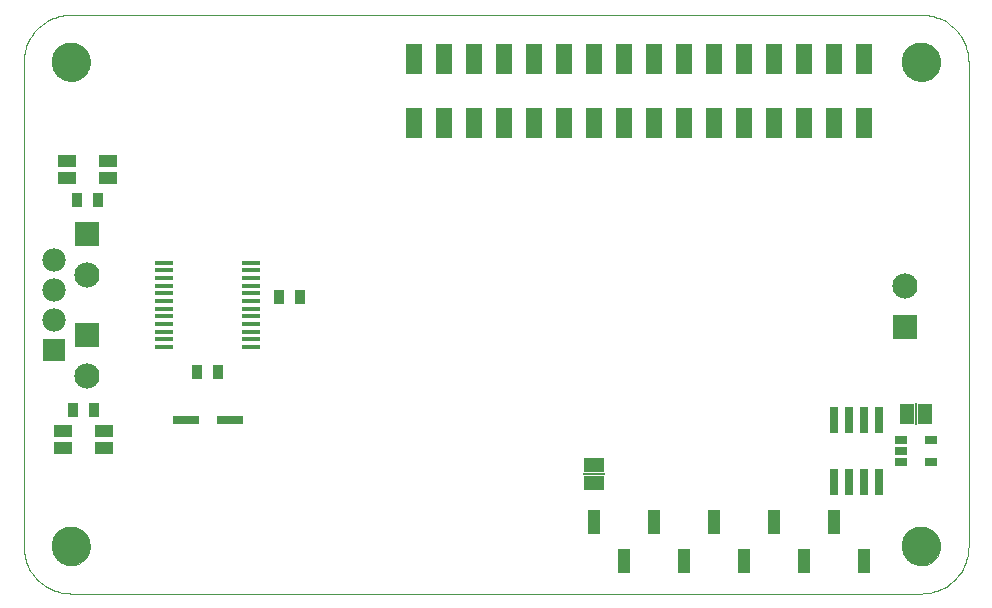
<source format=gts>
G75*
G70*
%OFA0B0*%
%FSLAX24Y24*%
%IPPOS*%
%LPD*%
%AMOC8*
5,1,8,0,0,1.08239X$1,22.5*
%
%ADD10R,0.0540X0.1040*%
%ADD11R,0.0434X0.0827*%
%ADD12C,0.0000*%
%ADD13C,0.1300*%
%ADD14R,0.0430X0.0312*%
%ADD15R,0.0280X0.0910*%
%ADD16R,0.0500X0.0670*%
%ADD17R,0.0060X0.0720*%
%ADD18R,0.0590X0.0177*%
%ADD19R,0.0840X0.0840*%
%ADD20C,0.0840*%
%ADD21R,0.0780X0.0780*%
%ADD22C,0.0780*%
%ADD23R,0.0670X0.0500*%
%ADD24R,0.0720X0.0060*%
%ADD25R,0.0355X0.0512*%
%ADD26R,0.0906X0.0296*%
%ADD27R,0.0631X0.0434*%
D10*
X018418Y016175D03*
X019418Y016175D03*
X020418Y016175D03*
X021418Y016175D03*
X022418Y016175D03*
X023418Y016175D03*
X024418Y016175D03*
X025418Y016175D03*
X026418Y016175D03*
X027418Y016175D03*
X028418Y016175D03*
X029418Y016175D03*
X030418Y016175D03*
X031418Y016175D03*
X032418Y016175D03*
X033418Y016175D03*
X033418Y018325D03*
X032418Y018325D03*
X031418Y018325D03*
X030418Y018325D03*
X029418Y018325D03*
X028418Y018325D03*
X027418Y018325D03*
X026418Y018325D03*
X025418Y018325D03*
X024418Y018325D03*
X023418Y018325D03*
X022418Y018325D03*
X021418Y018325D03*
X020418Y018325D03*
X019418Y018325D03*
X018418Y018325D03*
D11*
X024418Y002900D03*
X026418Y002900D03*
X028418Y002900D03*
X030418Y002900D03*
X032418Y002900D03*
X031418Y001600D03*
X029418Y001600D03*
X027418Y001600D03*
X025418Y001600D03*
X033418Y001600D03*
D12*
X005418Y002075D02*
X005418Y018217D01*
X006363Y018217D02*
X006365Y018267D01*
X006371Y018317D01*
X006381Y018366D01*
X006395Y018414D01*
X006412Y018461D01*
X006433Y018506D01*
X006458Y018550D01*
X006486Y018591D01*
X006518Y018630D01*
X006552Y018667D01*
X006589Y018701D01*
X006629Y018731D01*
X006671Y018758D01*
X006715Y018782D01*
X006761Y018803D01*
X006808Y018819D01*
X006856Y018832D01*
X006906Y018841D01*
X006955Y018846D01*
X007006Y018847D01*
X007056Y018844D01*
X007105Y018837D01*
X007154Y018826D01*
X007202Y018811D01*
X007248Y018793D01*
X007293Y018771D01*
X007336Y018745D01*
X007377Y018716D01*
X007416Y018684D01*
X007452Y018649D01*
X007484Y018611D01*
X007514Y018571D01*
X007541Y018528D01*
X007564Y018484D01*
X007583Y018438D01*
X007599Y018390D01*
X007611Y018341D01*
X007619Y018292D01*
X007623Y018242D01*
X007623Y018192D01*
X007619Y018142D01*
X007611Y018093D01*
X007599Y018044D01*
X007583Y017996D01*
X007564Y017950D01*
X007541Y017906D01*
X007514Y017863D01*
X007484Y017823D01*
X007452Y017785D01*
X007416Y017750D01*
X007377Y017718D01*
X007336Y017689D01*
X007293Y017663D01*
X007248Y017641D01*
X007202Y017623D01*
X007154Y017608D01*
X007105Y017597D01*
X007056Y017590D01*
X007006Y017587D01*
X006955Y017588D01*
X006906Y017593D01*
X006856Y017602D01*
X006808Y017615D01*
X006761Y017631D01*
X006715Y017652D01*
X006671Y017676D01*
X006629Y017703D01*
X006589Y017733D01*
X006552Y017767D01*
X006518Y017804D01*
X006486Y017843D01*
X006458Y017884D01*
X006433Y017928D01*
X006412Y017973D01*
X006395Y018020D01*
X006381Y018068D01*
X006371Y018117D01*
X006365Y018167D01*
X006363Y018217D01*
X005418Y018217D02*
X005420Y018294D01*
X005426Y018371D01*
X005435Y018448D01*
X005448Y018524D01*
X005465Y018600D01*
X005486Y018674D01*
X005510Y018748D01*
X005538Y018820D01*
X005569Y018890D01*
X005604Y018959D01*
X005642Y019027D01*
X005683Y019092D01*
X005728Y019155D01*
X005776Y019216D01*
X005826Y019275D01*
X005879Y019331D01*
X005935Y019384D01*
X005994Y019434D01*
X006055Y019482D01*
X006118Y019527D01*
X006183Y019568D01*
X006251Y019606D01*
X006320Y019641D01*
X006390Y019672D01*
X006462Y019700D01*
X006536Y019724D01*
X006610Y019745D01*
X006686Y019762D01*
X006762Y019775D01*
X006839Y019784D01*
X006916Y019790D01*
X006993Y019792D01*
X006993Y019791D02*
X035339Y019791D01*
X034709Y018217D02*
X034711Y018267D01*
X034717Y018317D01*
X034727Y018366D01*
X034741Y018414D01*
X034758Y018461D01*
X034779Y018506D01*
X034804Y018550D01*
X034832Y018591D01*
X034864Y018630D01*
X034898Y018667D01*
X034935Y018701D01*
X034975Y018731D01*
X035017Y018758D01*
X035061Y018782D01*
X035107Y018803D01*
X035154Y018819D01*
X035202Y018832D01*
X035252Y018841D01*
X035301Y018846D01*
X035352Y018847D01*
X035402Y018844D01*
X035451Y018837D01*
X035500Y018826D01*
X035548Y018811D01*
X035594Y018793D01*
X035639Y018771D01*
X035682Y018745D01*
X035723Y018716D01*
X035762Y018684D01*
X035798Y018649D01*
X035830Y018611D01*
X035860Y018571D01*
X035887Y018528D01*
X035910Y018484D01*
X035929Y018438D01*
X035945Y018390D01*
X035957Y018341D01*
X035965Y018292D01*
X035969Y018242D01*
X035969Y018192D01*
X035965Y018142D01*
X035957Y018093D01*
X035945Y018044D01*
X035929Y017996D01*
X035910Y017950D01*
X035887Y017906D01*
X035860Y017863D01*
X035830Y017823D01*
X035798Y017785D01*
X035762Y017750D01*
X035723Y017718D01*
X035682Y017689D01*
X035639Y017663D01*
X035594Y017641D01*
X035548Y017623D01*
X035500Y017608D01*
X035451Y017597D01*
X035402Y017590D01*
X035352Y017587D01*
X035301Y017588D01*
X035252Y017593D01*
X035202Y017602D01*
X035154Y017615D01*
X035107Y017631D01*
X035061Y017652D01*
X035017Y017676D01*
X034975Y017703D01*
X034935Y017733D01*
X034898Y017767D01*
X034864Y017804D01*
X034832Y017843D01*
X034804Y017884D01*
X034779Y017928D01*
X034758Y017973D01*
X034741Y018020D01*
X034727Y018068D01*
X034717Y018117D01*
X034711Y018167D01*
X034709Y018217D01*
X035339Y019792D02*
X035416Y019790D01*
X035493Y019784D01*
X035570Y019775D01*
X035646Y019762D01*
X035722Y019745D01*
X035796Y019724D01*
X035870Y019700D01*
X035942Y019672D01*
X036012Y019641D01*
X036081Y019606D01*
X036149Y019568D01*
X036214Y019527D01*
X036277Y019482D01*
X036338Y019434D01*
X036397Y019384D01*
X036453Y019331D01*
X036506Y019275D01*
X036556Y019216D01*
X036604Y019155D01*
X036649Y019092D01*
X036690Y019027D01*
X036728Y018959D01*
X036763Y018890D01*
X036794Y018820D01*
X036822Y018748D01*
X036846Y018674D01*
X036867Y018600D01*
X036884Y018524D01*
X036897Y018448D01*
X036906Y018371D01*
X036912Y018294D01*
X036914Y018217D01*
X036914Y002075D01*
X034709Y002075D02*
X034711Y002125D01*
X034717Y002175D01*
X034727Y002224D01*
X034741Y002272D01*
X034758Y002319D01*
X034779Y002364D01*
X034804Y002408D01*
X034832Y002449D01*
X034864Y002488D01*
X034898Y002525D01*
X034935Y002559D01*
X034975Y002589D01*
X035017Y002616D01*
X035061Y002640D01*
X035107Y002661D01*
X035154Y002677D01*
X035202Y002690D01*
X035252Y002699D01*
X035301Y002704D01*
X035352Y002705D01*
X035402Y002702D01*
X035451Y002695D01*
X035500Y002684D01*
X035548Y002669D01*
X035594Y002651D01*
X035639Y002629D01*
X035682Y002603D01*
X035723Y002574D01*
X035762Y002542D01*
X035798Y002507D01*
X035830Y002469D01*
X035860Y002429D01*
X035887Y002386D01*
X035910Y002342D01*
X035929Y002296D01*
X035945Y002248D01*
X035957Y002199D01*
X035965Y002150D01*
X035969Y002100D01*
X035969Y002050D01*
X035965Y002000D01*
X035957Y001951D01*
X035945Y001902D01*
X035929Y001854D01*
X035910Y001808D01*
X035887Y001764D01*
X035860Y001721D01*
X035830Y001681D01*
X035798Y001643D01*
X035762Y001608D01*
X035723Y001576D01*
X035682Y001547D01*
X035639Y001521D01*
X035594Y001499D01*
X035548Y001481D01*
X035500Y001466D01*
X035451Y001455D01*
X035402Y001448D01*
X035352Y001445D01*
X035301Y001446D01*
X035252Y001451D01*
X035202Y001460D01*
X035154Y001473D01*
X035107Y001489D01*
X035061Y001510D01*
X035017Y001534D01*
X034975Y001561D01*
X034935Y001591D01*
X034898Y001625D01*
X034864Y001662D01*
X034832Y001701D01*
X034804Y001742D01*
X034779Y001786D01*
X034758Y001831D01*
X034741Y001878D01*
X034727Y001926D01*
X034717Y001975D01*
X034711Y002025D01*
X034709Y002075D01*
X035339Y000500D02*
X035416Y000502D01*
X035493Y000508D01*
X035570Y000517D01*
X035646Y000530D01*
X035722Y000547D01*
X035796Y000568D01*
X035870Y000592D01*
X035942Y000620D01*
X036012Y000651D01*
X036081Y000686D01*
X036149Y000724D01*
X036214Y000765D01*
X036277Y000810D01*
X036338Y000858D01*
X036397Y000908D01*
X036453Y000961D01*
X036506Y001017D01*
X036556Y001076D01*
X036604Y001137D01*
X036649Y001200D01*
X036690Y001265D01*
X036728Y001333D01*
X036763Y001402D01*
X036794Y001472D01*
X036822Y001544D01*
X036846Y001618D01*
X036867Y001692D01*
X036884Y001768D01*
X036897Y001844D01*
X036906Y001921D01*
X036912Y001998D01*
X036914Y002075D01*
X035339Y000500D02*
X006993Y000500D01*
X006363Y002075D02*
X006365Y002125D01*
X006371Y002175D01*
X006381Y002224D01*
X006395Y002272D01*
X006412Y002319D01*
X006433Y002364D01*
X006458Y002408D01*
X006486Y002449D01*
X006518Y002488D01*
X006552Y002525D01*
X006589Y002559D01*
X006629Y002589D01*
X006671Y002616D01*
X006715Y002640D01*
X006761Y002661D01*
X006808Y002677D01*
X006856Y002690D01*
X006906Y002699D01*
X006955Y002704D01*
X007006Y002705D01*
X007056Y002702D01*
X007105Y002695D01*
X007154Y002684D01*
X007202Y002669D01*
X007248Y002651D01*
X007293Y002629D01*
X007336Y002603D01*
X007377Y002574D01*
X007416Y002542D01*
X007452Y002507D01*
X007484Y002469D01*
X007514Y002429D01*
X007541Y002386D01*
X007564Y002342D01*
X007583Y002296D01*
X007599Y002248D01*
X007611Y002199D01*
X007619Y002150D01*
X007623Y002100D01*
X007623Y002050D01*
X007619Y002000D01*
X007611Y001951D01*
X007599Y001902D01*
X007583Y001854D01*
X007564Y001808D01*
X007541Y001764D01*
X007514Y001721D01*
X007484Y001681D01*
X007452Y001643D01*
X007416Y001608D01*
X007377Y001576D01*
X007336Y001547D01*
X007293Y001521D01*
X007248Y001499D01*
X007202Y001481D01*
X007154Y001466D01*
X007105Y001455D01*
X007056Y001448D01*
X007006Y001445D01*
X006955Y001446D01*
X006906Y001451D01*
X006856Y001460D01*
X006808Y001473D01*
X006761Y001489D01*
X006715Y001510D01*
X006671Y001534D01*
X006629Y001561D01*
X006589Y001591D01*
X006552Y001625D01*
X006518Y001662D01*
X006486Y001701D01*
X006458Y001742D01*
X006433Y001786D01*
X006412Y001831D01*
X006395Y001878D01*
X006381Y001926D01*
X006371Y001975D01*
X006365Y002025D01*
X006363Y002075D01*
X005418Y002075D02*
X005420Y001998D01*
X005426Y001921D01*
X005435Y001844D01*
X005448Y001768D01*
X005465Y001692D01*
X005486Y001618D01*
X005510Y001544D01*
X005538Y001472D01*
X005569Y001402D01*
X005604Y001333D01*
X005642Y001265D01*
X005683Y001200D01*
X005728Y001137D01*
X005776Y001076D01*
X005826Y001017D01*
X005879Y000961D01*
X005935Y000908D01*
X005994Y000858D01*
X006055Y000810D01*
X006118Y000765D01*
X006183Y000724D01*
X006251Y000686D01*
X006320Y000651D01*
X006390Y000620D01*
X006462Y000592D01*
X006536Y000568D01*
X006610Y000547D01*
X006686Y000530D01*
X006762Y000517D01*
X006839Y000508D01*
X006916Y000502D01*
X006993Y000500D01*
D13*
X006993Y002075D03*
X035339Y002075D03*
X035339Y018217D03*
X006993Y018217D03*
D14*
X034660Y005624D03*
X034660Y005250D03*
X034660Y004876D03*
X035680Y004876D03*
X035680Y005624D03*
D15*
X033918Y006280D03*
X033418Y006280D03*
X032918Y006280D03*
X032418Y006280D03*
X032418Y004220D03*
X032918Y004220D03*
X033418Y004220D03*
X033918Y004220D03*
D16*
X034868Y006500D03*
X035468Y006500D03*
D17*
X035168Y006500D03*
D18*
X012982Y008718D03*
X012982Y008973D03*
X012982Y009229D03*
X012982Y009485D03*
X012982Y009741D03*
X012982Y009997D03*
X012982Y010253D03*
X012982Y010509D03*
X012982Y010765D03*
X012982Y011021D03*
X012982Y011277D03*
X012982Y011532D03*
X010104Y011532D03*
X010104Y011277D03*
X010104Y011021D03*
X010104Y010765D03*
X010104Y010509D03*
X010104Y010253D03*
X010104Y009997D03*
X010104Y009741D03*
X010104Y009485D03*
X010104Y009229D03*
X010104Y008973D03*
X010104Y008718D03*
D19*
X007543Y009125D03*
X007543Y012500D03*
X034793Y009375D03*
D20*
X034793Y010753D03*
X007543Y011122D03*
X007543Y007747D03*
D21*
X006418Y008625D03*
D22*
X006418Y009625D03*
X006418Y010625D03*
X006418Y011625D03*
D23*
X024418Y004800D03*
X024418Y004200D03*
D24*
X024418Y004500D03*
D25*
X014647Y010375D03*
X013939Y010375D03*
X011897Y007875D03*
X011189Y007875D03*
X007772Y006625D03*
X007064Y006625D03*
X007189Y013625D03*
X007897Y013625D03*
D26*
X010834Y006296D03*
X012291Y006296D03*
D27*
X008107Y005901D03*
X008107Y005349D03*
X006729Y005349D03*
X006729Y005901D03*
X006854Y014349D03*
X006854Y014901D03*
X008232Y014901D03*
X008232Y014349D03*
M02*

</source>
